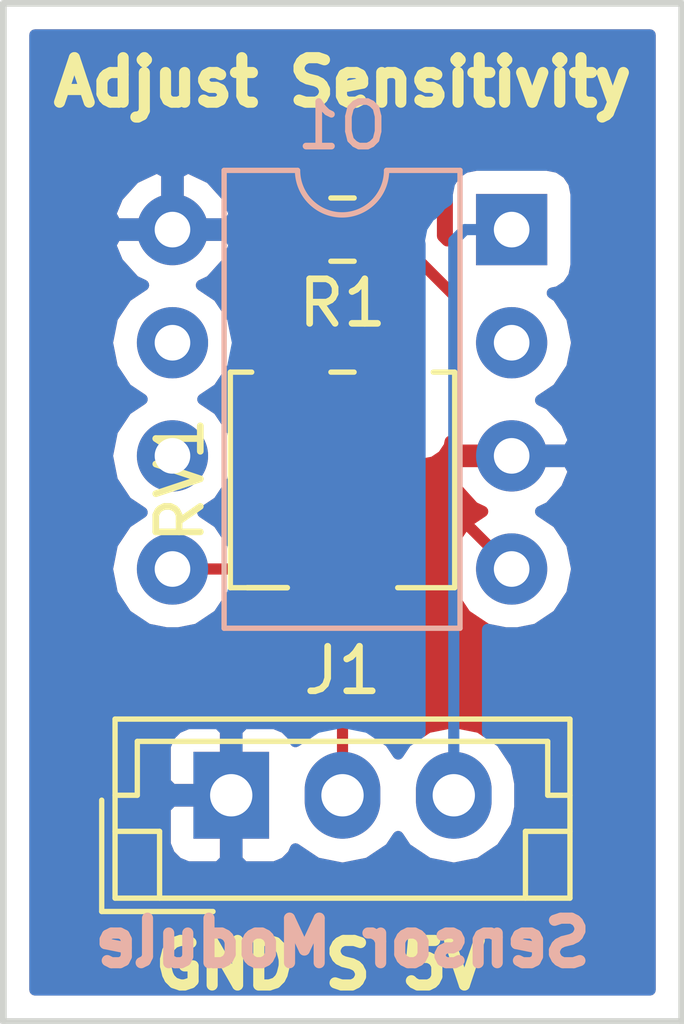
<source format=kicad_pcb>
(kicad_pcb (version 20171130) (host pcbnew "(5.0.0-3-g5ebb6b6)")

  (general
    (thickness 1.6)
    (drawings 7)
    (tracks 11)
    (zones 0)
    (modules 4)
    (nets 6)
  )

  (page A4)
  (layers
    (0 F.Cu signal)
    (31 B.Cu signal)
    (32 B.Adhes user)
    (33 F.Adhes user)
    (34 B.Paste user)
    (35 F.Paste user)
    (36 B.SilkS user)
    (37 F.SilkS user)
    (38 B.Mask user)
    (39 F.Mask user)
    (40 Dwgs.User user)
    (41 Cmts.User user)
    (42 Eco1.User user)
    (43 Eco2.User user)
    (44 Edge.Cuts user)
    (45 Margin user)
    (46 B.CrtYd user)
    (47 F.CrtYd user)
    (48 B.Fab user)
    (49 F.Fab user)
  )

  (setup
    (last_trace_width 0.25)
    (trace_clearance 0.2)
    (zone_clearance 0.508)
    (zone_45_only no)
    (trace_min 0.2)
    (segment_width 0.2)
    (edge_width 0.15)
    (via_size 0.8)
    (via_drill 0.4)
    (via_min_size 0.4)
    (via_min_drill 0.3)
    (uvia_size 0.3)
    (uvia_drill 0.1)
    (uvias_allowed no)
    (uvia_min_size 0.2)
    (uvia_min_drill 0.1)
    (pcb_text_width 0.3)
    (pcb_text_size 1.5 1.5)
    (mod_edge_width 0.15)
    (mod_text_size 1 1)
    (mod_text_width 0.15)
    (pad_size 1.524 1.524)
    (pad_drill 0.762)
    (pad_to_mask_clearance 0.2)
    (aux_axis_origin 0 0)
    (visible_elements FFFFFF7F)
    (pcbplotparams
      (layerselection 0x3ffff_ffffffff)
      (usegerberextensions false)
      (usegerberattributes false)
      (usegerberadvancedattributes false)
      (creategerberjobfile false)
      (excludeedgelayer true)
      (linewidth 0.100000)
      (plotframeref false)
      (viasonmask false)
      (mode 1)
      (useauxorigin false)
      (hpglpennumber 1)
      (hpglpenspeed 20)
      (hpglpendiameter 15.000000)
      (psnegative false)
      (psa4output false)
      (plotreference true)
      (plotvalue true)
      (plotinvisibletext false)
      (padsonsilk false)
      (subtractmaskfromsilk false)
      (outputformat 1)
      (mirror false)
      (drillshape 0)
      (scaleselection 1)
      (outputdirectory ""))
  )

  (net 0 "")
  (net 1 GND)
  (net 2 "Net-(J1-Pad2)")
  (net 3 +5V)
  (net 4 "Net-(O1-Pad4)")
  (net 5 "Net-(R1-Pad2)")

  (net_class Default "Dies ist die voreingestellte Netzklasse."
    (clearance 0.2)
    (trace_width 0.25)
    (via_dia 0.8)
    (via_drill 0.4)
    (uvia_dia 0.3)
    (uvia_drill 0.1)
    (add_net +5V)
    (add_net GND)
    (add_net "Net-(J1-Pad2)")
    (add_net "Net-(O1-Pad4)")
    (add_net "Net-(R1-Pad2)")
  )

  (module Connector_JST:JST_EH_B03B-EH-A_1x03_P2.50mm_Vertical (layer F.Cu) (tedit 5A0EB040) (tstamp 5C132464)
    (at 130.85 66.04)
    (descr "JST EH series connector, B03B-EH-A (http://www.jst-mfg.com/product/pdf/eng/eEH.pdf), generated with kicad-footprint-generator")
    (tags "connector JST EH side entry")
    (path /5BEB690C)
    (fp_text reference J1 (at 2.5 -2.8) (layer F.SilkS)
      (effects (font (size 1 1) (thickness 0.15)))
    )
    (fp_text value Conn_01x03_Male (at 2.5 3.4) (layer F.Fab)
      (effects (font (size 1 1) (thickness 0.15)))
    )
    (fp_line (start -2.5 -1.6) (end -2.5 2.2) (layer F.Fab) (width 0.1))
    (fp_line (start -2.5 2.2) (end 7.5 2.2) (layer F.Fab) (width 0.1))
    (fp_line (start 7.5 2.2) (end 7.5 -1.6) (layer F.Fab) (width 0.1))
    (fp_line (start 7.5 -1.6) (end -2.5 -1.6) (layer F.Fab) (width 0.1))
    (fp_line (start -3 -2.1) (end -3 2.7) (layer F.CrtYd) (width 0.05))
    (fp_line (start -3 2.7) (end 8 2.7) (layer F.CrtYd) (width 0.05))
    (fp_line (start 8 2.7) (end 8 -2.1) (layer F.CrtYd) (width 0.05))
    (fp_line (start 8 -2.1) (end -3 -2.1) (layer F.CrtYd) (width 0.05))
    (fp_line (start -2.61 -1.71) (end -2.61 2.31) (layer F.SilkS) (width 0.12))
    (fp_line (start -2.61 2.31) (end 7.61 2.31) (layer F.SilkS) (width 0.12))
    (fp_line (start 7.61 2.31) (end 7.61 -1.71) (layer F.SilkS) (width 0.12))
    (fp_line (start 7.61 -1.71) (end -2.61 -1.71) (layer F.SilkS) (width 0.12))
    (fp_line (start -2.61 0) (end -2.11 0) (layer F.SilkS) (width 0.12))
    (fp_line (start -2.11 0) (end -2.11 -1.21) (layer F.SilkS) (width 0.12))
    (fp_line (start -2.11 -1.21) (end 7.11 -1.21) (layer F.SilkS) (width 0.12))
    (fp_line (start 7.11 -1.21) (end 7.11 0) (layer F.SilkS) (width 0.12))
    (fp_line (start 7.11 0) (end 7.61 0) (layer F.SilkS) (width 0.12))
    (fp_line (start -2.61 0.81) (end -1.61 0.81) (layer F.SilkS) (width 0.12))
    (fp_line (start -1.61 0.81) (end -1.61 2.31) (layer F.SilkS) (width 0.12))
    (fp_line (start 7.61 0.81) (end 6.61 0.81) (layer F.SilkS) (width 0.12))
    (fp_line (start 6.61 0.81) (end 6.61 2.31) (layer F.SilkS) (width 0.12))
    (fp_line (start -2.91 0.11) (end -2.91 2.61) (layer F.SilkS) (width 0.12))
    (fp_line (start -2.91 2.61) (end -0.41 2.61) (layer F.SilkS) (width 0.12))
    (fp_line (start -2.91 0.11) (end -2.91 2.61) (layer F.Fab) (width 0.1))
    (fp_line (start -2.91 2.61) (end -0.41 2.61) (layer F.Fab) (width 0.1))
    (fp_text user %R (at 2.5 1.5) (layer F.Fab)
      (effects (font (size 1 1) (thickness 0.15)))
    )
    (pad 1 thru_hole rect (at 0 0) (size 1.7 1.95) (drill 0.95) (layers *.Cu *.Mask)
      (net 1 GND))
    (pad 2 thru_hole oval (at 2.5 0) (size 1.7 1.95) (drill 0.95) (layers *.Cu *.Mask)
      (net 2 "Net-(J1-Pad2)"))
    (pad 3 thru_hole oval (at 5 0) (size 1.7 1.95) (drill 0.95) (layers *.Cu *.Mask)
      (net 3 +5V))
    (model ${KISYS3DMOD}/Connector_JST.3dshapes/JST_EH_B03B-EH-A_1x03_P2.50mm_Vertical.wrl
      (at (xyz 0 0 0))
      (scale (xyz 1 1 1))
      (rotate (xyz 0 0 0))
    )
  )

  (module Package_DIP:DIP-8_W7.62mm (layer B.Cu) (tedit 5A02E8C5) (tstamp 5C132480)
    (at 137.15 53.34 180)
    (descr "8-lead though-hole mounted DIP package, row spacing 7.62 mm (300 mils)")
    (tags "THT DIP DIL PDIP 2.54mm 7.62mm 300mil")
    (path /5BEB65C6)
    (fp_text reference O1 (at 3.81 2.33 180) (layer B.SilkS)
      (effects (font (size 1 1) (thickness 0.15)) (justify mirror))
    )
    (fp_text value opt101 (at 3.81 -9.95 180) (layer B.Fab)
      (effects (font (size 1 1) (thickness 0.15)) (justify mirror))
    )
    (fp_arc (start 3.81 1.33) (end 2.81 1.33) (angle 180) (layer B.SilkS) (width 0.12))
    (fp_line (start 1.635 1.27) (end 6.985 1.27) (layer B.Fab) (width 0.1))
    (fp_line (start 6.985 1.27) (end 6.985 -8.89) (layer B.Fab) (width 0.1))
    (fp_line (start 6.985 -8.89) (end 0.635 -8.89) (layer B.Fab) (width 0.1))
    (fp_line (start 0.635 -8.89) (end 0.635 0.27) (layer B.Fab) (width 0.1))
    (fp_line (start 0.635 0.27) (end 1.635 1.27) (layer B.Fab) (width 0.1))
    (fp_line (start 2.81 1.33) (end 1.16 1.33) (layer B.SilkS) (width 0.12))
    (fp_line (start 1.16 1.33) (end 1.16 -8.95) (layer B.SilkS) (width 0.12))
    (fp_line (start 1.16 -8.95) (end 6.46 -8.95) (layer B.SilkS) (width 0.12))
    (fp_line (start 6.46 -8.95) (end 6.46 1.33) (layer B.SilkS) (width 0.12))
    (fp_line (start 6.46 1.33) (end 4.81 1.33) (layer B.SilkS) (width 0.12))
    (fp_line (start -1.1 1.55) (end -1.1 -9.15) (layer B.CrtYd) (width 0.05))
    (fp_line (start -1.1 -9.15) (end 8.7 -9.15) (layer B.CrtYd) (width 0.05))
    (fp_line (start 8.7 -9.15) (end 8.7 1.55) (layer B.CrtYd) (width 0.05))
    (fp_line (start 8.7 1.55) (end -1.1 1.55) (layer B.CrtYd) (width 0.05))
    (fp_text user %R (at 3.81 -3.81 180) (layer B.Fab)
      (effects (font (size 1 1) (thickness 0.15)) (justify mirror))
    )
    (pad 1 thru_hole rect (at 0 0 180) (size 1.6 1.6) (drill 0.8) (layers *.Cu *.Mask)
      (net 3 +5V))
    (pad 5 thru_hole oval (at 7.62 -7.62 180) (size 1.6 1.6) (drill 0.8) (layers *.Cu *.Mask)
      (net 2 "Net-(J1-Pad2)"))
    (pad 2 thru_hole oval (at 0 -2.54 180) (size 1.6 1.6) (drill 0.8) (layers *.Cu *.Mask))
    (pad 6 thru_hole oval (at 7.62 -5.08 180) (size 1.6 1.6) (drill 0.8) (layers *.Cu *.Mask))
    (pad 3 thru_hole oval (at 0 -5.08 180) (size 1.6 1.6) (drill 0.8) (layers *.Cu *.Mask)
      (net 1 GND))
    (pad 7 thru_hole oval (at 7.62 -2.54 180) (size 1.6 1.6) (drill 0.8) (layers *.Cu *.Mask))
    (pad 4 thru_hole oval (at 0 -7.62 180) (size 1.6 1.6) (drill 0.8) (layers *.Cu *.Mask)
      (net 4 "Net-(O1-Pad4)"))
    (pad 8 thru_hole oval (at 7.62 0 180) (size 1.6 1.6) (drill 0.8) (layers *.Cu *.Mask)
      (net 1 GND))
    (model ${KISYS3DMOD}/Package_DIP.3dshapes/DIP-8_W7.62mm.wrl
      (at (xyz 0 0 0))
      (scale (xyz 1 1 1))
      (rotate (xyz 0 0 0))
    )
  )

  (module Resistor_SMD:R_0805_2012Metric_Pad1.15x1.40mm_HandSolder (layer F.Cu) (tedit 5B36C52B) (tstamp 5C132491)
    (at 133.35 53.34 180)
    (descr "Resistor SMD 0805 (2012 Metric), square (rectangular) end terminal, IPC_7351 nominal with elongated pad for handsoldering. (Body size source: https://docs.google.com/spreadsheets/d/1BsfQQcO9C6DZCsRaXUlFlo91Tg2WpOkGARC1WS5S8t0/edit?usp=sharing), generated with kicad-footprint-generator")
    (tags "resistor handsolder")
    (path /5BEB3BC5)
    (attr smd)
    (fp_text reference R1 (at 0 -1.65 180) (layer F.SilkS)
      (effects (font (size 1 1) (thickness 0.15)))
    )
    (fp_text value R (at 0 1.65 180) (layer F.Fab)
      (effects (font (size 1 1) (thickness 0.15)))
    )
    (fp_line (start -1 0.6) (end -1 -0.6) (layer F.Fab) (width 0.1))
    (fp_line (start -1 -0.6) (end 1 -0.6) (layer F.Fab) (width 0.1))
    (fp_line (start 1 -0.6) (end 1 0.6) (layer F.Fab) (width 0.1))
    (fp_line (start 1 0.6) (end -1 0.6) (layer F.Fab) (width 0.1))
    (fp_line (start -0.261252 -0.71) (end 0.261252 -0.71) (layer F.SilkS) (width 0.12))
    (fp_line (start -0.261252 0.71) (end 0.261252 0.71) (layer F.SilkS) (width 0.12))
    (fp_line (start -1.85 0.95) (end -1.85 -0.95) (layer F.CrtYd) (width 0.05))
    (fp_line (start -1.85 -0.95) (end 1.85 -0.95) (layer F.CrtYd) (width 0.05))
    (fp_line (start 1.85 -0.95) (end 1.85 0.95) (layer F.CrtYd) (width 0.05))
    (fp_line (start 1.85 0.95) (end -1.85 0.95) (layer F.CrtYd) (width 0.05))
    (fp_text user %R (at 0 0 180) (layer F.Fab)
      (effects (font (size 0.5 0.5) (thickness 0.08)))
    )
    (pad 1 smd roundrect (at -1.025 0 180) (size 1.15 1.4) (layers F.Cu F.Paste F.Mask) (roundrect_rratio 0.217391)
      (net 4 "Net-(O1-Pad4)"))
    (pad 2 smd roundrect (at 1.025 0 180) (size 1.15 1.4) (layers F.Cu F.Paste F.Mask) (roundrect_rratio 0.217391)
      (net 5 "Net-(R1-Pad2)"))
    (model ${KISYS3DMOD}/Resistor_SMD.3dshapes/R_0805_2012Metric.wrl
      (at (xyz 0 0 0))
      (scale (xyz 1 1 1))
      (rotate (xyz 0 0 0))
    )
  )

  (module Potentiometer_SMD:Potentiometer_Bourns_3214J_Horizontal (layer F.Cu) (tedit 5A3D7171) (tstamp 5C1324B0)
    (at 133.35 58.96 90)
    (descr "Potentiometer, horizontal, Bourns 3214J, https://www.bourns.com/docs/Product-Datasheets/3214.pdf")
    (tags "Potentiometer horizontal Bourns 3214J")
    (path /5BEB3EB0)
    (attr smd)
    (fp_text reference RV1 (at 0 -3.65 90) (layer F.SilkS)
      (effects (font (size 1 1) (thickness 0.15)))
    )
    (fp_text value R_POT (at 0 3.65 90) (layer F.Fab)
      (effects (font (size 1 1) (thickness 0.15)))
    )
    (fp_line (start -2.3 -2.4) (end -2.3 2.4) (layer F.Fab) (width 0.1))
    (fp_line (start -2.3 2.4) (end 2.3 2.4) (layer F.Fab) (width 0.1))
    (fp_line (start 2.3 2.4) (end 2.3 -2.4) (layer F.Fab) (width 0.1))
    (fp_line (start 2.3 -2.4) (end -2.3 -2.4) (layer F.Fab) (width 0.1))
    (fp_line (start -2.3 -2.02) (end -2.3 -0.24) (layer F.Fab) (width 0.1))
    (fp_line (start -2.3 -0.24) (end -2.3 -0.24) (layer F.Fab) (width 0.1))
    (fp_line (start -2.3 -0.24) (end -2.3 -2.02) (layer F.Fab) (width 0.1))
    (fp_line (start -2.3 -2.02) (end -2.3 -2.02) (layer F.Fab) (width 0.1))
    (fp_line (start -2.3 -1.13) (end -2.3 -1.13) (layer F.Fab) (width 0.1))
    (fp_line (start -2.42 -2.52) (end 2.42 -2.52) (layer F.SilkS) (width 0.12))
    (fp_line (start -2.42 2.52) (end 2.42 2.52) (layer F.SilkS) (width 0.12))
    (fp_line (start -2.42 -2.52) (end -2.42 -1.24) (layer F.SilkS) (width 0.12))
    (fp_line (start -2.42 1.24) (end -2.42 2.52) (layer F.SilkS) (width 0.12))
    (fp_line (start 2.42 -2.52) (end 2.42 -2.04) (layer F.SilkS) (width 0.12))
    (fp_line (start 2.42 -0.26) (end 2.42 0.26) (layer F.SilkS) (width 0.12))
    (fp_line (start 2.42 2.04) (end 2.42 2.52) (layer F.SilkS) (width 0.12))
    (fp_line (start -2.42 -2.14) (end -2.42 -2.14) (layer F.SilkS) (width 0.12))
    (fp_line (start -2.42 -2.14) (end -2.42 -1.24) (layer F.SilkS) (width 0.12))
    (fp_line (start -2.42 -2.14) (end -2.42 -1.24) (layer F.SilkS) (width 0.12))
    (fp_line (start -3.25 -2.65) (end -3.25 2.65) (layer F.CrtYd) (width 0.05))
    (fp_line (start -3.25 2.65) (end 3.25 2.65) (layer F.CrtYd) (width 0.05))
    (fp_line (start 3.25 2.65) (end 3.25 -2.65) (layer F.CrtYd) (width 0.05))
    (fp_line (start 3.25 -2.65) (end -3.25 -2.65) (layer F.CrtYd) (width 0.05))
    (fp_text user %R (at 0 0 90) (layer F.Fab)
      (effects (font (size 1 1) (thickness 0.15)))
    )
    (pad 1 smd rect (at 2 -1.15 90) (size 2 1.3) (layers F.Cu F.Paste F.Mask)
      (net 5 "Net-(R1-Pad2)"))
    (pad 2 smd rect (at -2 0 90) (size 2 2) (layers F.Cu F.Paste F.Mask)
      (net 2 "Net-(J1-Pad2)"))
    (pad 3 smd rect (at 2 1.15 90) (size 2 1.3) (layers F.Cu F.Paste F.Mask))
    (model ${KISYS3DMOD}/Potentiometer_SMD.3dshapes/Potentiometer_Bourns_3214J_Horizontal.wrl
      (at (xyz 0 0 0))
      (scale (xyz 1 1 1))
      (rotate (xyz 0 0 0))
    )
  )

  (gr_text "Sensor Module" (at 133.35 69.35) (layer B.SilkS)
    (effects (font (size 1 1) (thickness 0.25)) (justify mirror))
  )
  (gr_text "GND S 5V" (at 132.85 69.85) (layer F.SilkS)
    (effects (font (size 1 1) (thickness 0.25)))
  )
  (gr_text "Adjust Sensitivity" (at 133.35 50.03) (layer F.SilkS)
    (effects (font (size 1 1) (thickness 0.25)))
  )
  (gr_line (start 140.97 48.26) (end 125.73 48.26) (layer Edge.Cuts) (width 0.15))
  (gr_line (start 140.97 71.12) (end 140.97 48.26) (layer Edge.Cuts) (width 0.15))
  (gr_line (start 125.73 71.12) (end 140.97 71.12) (layer Edge.Cuts) (width 0.15))
  (gr_line (start 125.73 48.26) (end 125.73 71.12) (layer Edge.Cuts) (width 0.15))

  (segment (start 129.53 60.96) (end 133.35 60.96) (width 0.25) (layer F.Cu) (net 2))
  (segment (start 133.35 60.96) (end 133.35 66.04) (width 0.25) (layer F.Cu) (net 2))
  (segment (start 135.85 53.59) (end 136.1 53.34) (width 0.25) (layer B.Cu) (net 3))
  (segment (start 136.1 53.34) (end 137.15 53.34) (width 0.25) (layer B.Cu) (net 3))
  (segment (start 135.85 66.04) (end 135.85 53.59) (width 0.25) (layer B.Cu) (net 3))
  (segment (start 136.915 55.88) (end 137.15 55.88) (width 0.25) (layer F.Cu) (net 0))
  (segment (start 134.375 53.34) (end 135.89 54.855) (width 0.25) (layer F.Cu) (net 4))
  (segment (start 135.89 59.7) (end 137.15 60.96) (width 0.25) (layer F.Cu) (net 4))
  (segment (start 135.89 54.855) (end 135.89 59.7) (width 0.25) (layer F.Cu) (net 4))
  (segment (start 132.2 53.465) (end 132.325 53.34) (width 0.25) (layer F.Cu) (net 5))
  (segment (start 132.2 56.96) (end 132.2 53.465) (width 0.25) (layer F.Cu) (net 5))

  (zone (net 1) (net_name GND) (layer F.Cu) (tstamp 5C133484) (hatch edge 0.508)
    (connect_pads (clearance 0.508))
    (min_thickness 0.254)
    (fill yes (arc_segments 16) (thermal_gap 0.508) (thermal_bridge_width 0.508))
    (polygon
      (pts
        (xy 125.73 48.26) (xy 140.97 48.26) (xy 140.97 71.12) (xy 125.73 71.12)
      )
    )
    (filled_polygon
      (pts
        (xy 140.26 70.41) (xy 126.44 70.41) (xy 126.44 66.32575) (xy 129.365 66.32575) (xy 129.365 67.14131)
        (xy 129.461673 67.374699) (xy 129.640302 67.553327) (xy 129.873691 67.65) (xy 130.56425 67.65) (xy 130.723 67.49125)
        (xy 130.723 66.167) (xy 129.52375 66.167) (xy 129.365 66.32575) (xy 126.44 66.32575) (xy 126.44 64.93869)
        (xy 129.365 64.93869) (xy 129.365 65.75425) (xy 129.52375 65.913) (xy 130.723 65.913) (xy 130.723 64.58875)
        (xy 130.56425 64.43) (xy 129.873691 64.43) (xy 129.640302 64.526673) (xy 129.461673 64.705301) (xy 129.365 64.93869)
        (xy 126.44 64.93869) (xy 126.44 55.88) (xy 128.066887 55.88) (xy 128.17826 56.439909) (xy 128.495423 56.914577)
        (xy 128.847758 57.15) (xy 128.495423 57.385423) (xy 128.17826 57.860091) (xy 128.066887 58.42) (xy 128.17826 58.979909)
        (xy 128.495423 59.454577) (xy 128.847758 59.69) (xy 128.495423 59.925423) (xy 128.17826 60.400091) (xy 128.066887 60.96)
        (xy 128.17826 61.519909) (xy 128.495423 61.994577) (xy 128.970091 62.31174) (xy 129.388667 62.395) (xy 129.671333 62.395)
        (xy 130.089909 62.31174) (xy 130.564577 61.994577) (xy 130.748043 61.72) (xy 131.70256 61.72) (xy 131.70256 61.96)
        (xy 131.751843 62.207765) (xy 131.892191 62.417809) (xy 132.102235 62.558157) (xy 132.35 62.60744) (xy 132.59 62.60744)
        (xy 132.590001 64.636822) (xy 132.292344 64.835709) (xy 132.238327 64.705301) (xy 132.059698 64.526673) (xy 131.826309 64.43)
        (xy 131.13575 64.43) (xy 130.977 64.58875) (xy 130.977 65.913) (xy 130.997 65.913) (xy 130.997 66.167)
        (xy 130.977 66.167) (xy 130.977 67.49125) (xy 131.13575 67.65) (xy 131.826309 67.65) (xy 132.059698 67.553327)
        (xy 132.238327 67.374699) (xy 132.292344 67.244291) (xy 132.770583 67.563839) (xy 133.35 67.679092) (xy 133.929418 67.563839)
        (xy 134.420625 67.235625) (xy 134.6 66.967171) (xy 134.779375 67.235625) (xy 135.270583 67.563839) (xy 135.85 67.679092)
        (xy 136.429418 67.563839) (xy 136.920625 67.235625) (xy 137.248839 66.744417) (xy 137.335 66.311255) (xy 137.335 65.768744)
        (xy 137.248839 65.335582) (xy 136.920625 64.844375) (xy 136.429417 64.516161) (xy 135.85 64.400908) (xy 135.270582 64.516161)
        (xy 134.779375 64.844375) (xy 134.6 65.112829) (xy 134.420625 64.844375) (xy 134.11 64.636822) (xy 134.11 62.60744)
        (xy 134.35 62.60744) (xy 134.597765 62.558157) (xy 134.807809 62.417809) (xy 134.948157 62.207765) (xy 134.99744 61.96)
        (xy 134.99744 60.96) (xy 135.686887 60.96) (xy 135.79826 61.519909) (xy 136.115423 61.994577) (xy 136.590091 62.31174)
        (xy 137.008667 62.395) (xy 137.291333 62.395) (xy 137.709909 62.31174) (xy 138.184577 61.994577) (xy 138.50174 61.519909)
        (xy 138.613113 60.96) (xy 138.50174 60.400091) (xy 138.184577 59.925423) (xy 137.800892 59.669053) (xy 138.005134 59.572389)
        (xy 138.381041 59.157423) (xy 138.541904 58.769039) (xy 138.419915 58.547) (xy 137.277 58.547) (xy 137.277 58.567)
        (xy 137.023 58.567) (xy 137.023 58.547) (xy 135.880085 58.547) (xy 135.758096 58.769039) (xy 135.918959 59.157423)
        (xy 136.294866 59.572389) (xy 136.499108 59.669053) (xy 136.115423 59.925423) (xy 135.79826 60.400091) (xy 135.686887 60.96)
        (xy 134.99744 60.96) (xy 134.99744 59.96) (xy 134.948157 59.712235) (xy 134.807809 59.502191) (xy 134.597765 59.361843)
        (xy 134.35 59.31256) (xy 132.35 59.31256) (xy 132.102235 59.361843) (xy 131.892191 59.502191) (xy 131.751843 59.712235)
        (xy 131.70256 59.96) (xy 131.70256 60.2) (xy 130.748043 60.2) (xy 130.564577 59.925423) (xy 130.212242 59.69)
        (xy 130.564577 59.454577) (xy 130.88174 58.979909) (xy 130.993113 58.42) (xy 130.88174 57.860091) (xy 130.564577 57.385423)
        (xy 130.212242 57.15) (xy 130.564577 56.914577) (xy 130.88174 56.439909) (xy 130.90256 56.33524) (xy 130.90256 57.96)
        (xy 130.951843 58.207765) (xy 131.092191 58.417809) (xy 131.302235 58.558157) (xy 131.55 58.60744) (xy 132.85 58.60744)
        (xy 133.097765 58.558157) (xy 133.307809 58.417809) (xy 133.35 58.354666) (xy 133.392191 58.417809) (xy 133.602235 58.558157)
        (xy 133.85 58.60744) (xy 135.15 58.60744) (xy 135.397765 58.558157) (xy 135.607809 58.417809) (xy 135.748157 58.207765)
        (xy 135.770777 58.094043) (xy 135.880085 58.293) (xy 137.023 58.293) (xy 137.023 58.273) (xy 137.277 58.273)
        (xy 137.277 58.293) (xy 138.419915 58.293) (xy 138.541904 58.070961) (xy 138.381041 57.682577) (xy 138.005134 57.267611)
        (xy 137.800892 57.170947) (xy 138.184577 56.914577) (xy 138.50174 56.439909) (xy 138.613113 55.88) (xy 138.50174 55.320091)
        (xy 138.184577 54.845423) (xy 138.063894 54.764785) (xy 138.197765 54.738157) (xy 138.407809 54.597809) (xy 138.548157 54.387765)
        (xy 138.59744 54.14) (xy 138.59744 52.54) (xy 138.548157 52.292235) (xy 138.407809 52.082191) (xy 138.197765 51.941843)
        (xy 137.95 51.89256) (xy 136.35 51.89256) (xy 136.102235 51.941843) (xy 135.892191 52.082191) (xy 135.751843 52.292235)
        (xy 135.70256 52.54) (xy 135.70256 53.592758) (xy 135.59744 53.487638) (xy 135.59744 52.889999) (xy 135.529127 52.546564)
        (xy 135.334586 52.255414) (xy 135.043436 52.060873) (xy 134.700001 51.99256) (xy 134.049999 51.99256) (xy 133.706564 52.060873)
        (xy 133.415414 52.255414) (xy 133.35 52.353313) (xy 133.284586 52.255414) (xy 132.993436 52.060873) (xy 132.650001 51.99256)
        (xy 131.999999 51.99256) (xy 131.656564 52.060873) (xy 131.365414 52.255414) (xy 131.170873 52.546564) (xy 131.10256 52.889999)
        (xy 131.10256 53.790001) (xy 131.170873 54.133436) (xy 131.365414 54.424586) (xy 131.440001 54.474423) (xy 131.44 55.33444)
        (xy 131.302235 55.361843) (xy 131.092191 55.502191) (xy 130.95793 55.703125) (xy 130.88174 55.320091) (xy 130.564577 54.845423)
        (xy 130.180892 54.589053) (xy 130.385134 54.492389) (xy 130.761041 54.077423) (xy 130.921904 53.689039) (xy 130.799915 53.467)
        (xy 129.657 53.467) (xy 129.657 53.487) (xy 129.403 53.487) (xy 129.403 53.467) (xy 128.260085 53.467)
        (xy 128.138096 53.689039) (xy 128.298959 54.077423) (xy 128.674866 54.492389) (xy 128.879108 54.589053) (xy 128.495423 54.845423)
        (xy 128.17826 55.320091) (xy 128.066887 55.88) (xy 126.44 55.88) (xy 126.44 52.990961) (xy 128.138096 52.990961)
        (xy 128.260085 53.213) (xy 129.403 53.213) (xy 129.403 52.069371) (xy 129.657 52.069371) (xy 129.657 53.213)
        (xy 130.799915 53.213) (xy 130.921904 52.990961) (xy 130.761041 52.602577) (xy 130.385134 52.187611) (xy 129.879041 51.948086)
        (xy 129.657 52.069371) (xy 129.403 52.069371) (xy 129.180959 51.948086) (xy 128.674866 52.187611) (xy 128.298959 52.602577)
        (xy 128.138096 52.990961) (xy 126.44 52.990961) (xy 126.44 48.97) (xy 140.260001 48.97)
      )
    )
  )
  (zone (net 1) (net_name GND) (layer B.Cu) (tstamp 5C133481) (hatch edge 0.508)
    (connect_pads (clearance 0.508))
    (min_thickness 0.254)
    (fill yes (arc_segments 16) (thermal_gap 0.508) (thermal_bridge_width 0.508))
    (polygon
      (pts
        (xy 125.73 48.26) (xy 140.97 48.26) (xy 140.97 71.12) (xy 125.73 71.12)
      )
    )
    (filled_polygon
      (pts
        (xy 140.26 70.41) (xy 126.44 70.41) (xy 126.44 66.32575) (xy 129.365 66.32575) (xy 129.365 67.14131)
        (xy 129.461673 67.374699) (xy 129.640302 67.553327) (xy 129.873691 67.65) (xy 130.56425 67.65) (xy 130.723 67.49125)
        (xy 130.723 66.167) (xy 129.52375 66.167) (xy 129.365 66.32575) (xy 126.44 66.32575) (xy 126.44 64.93869)
        (xy 129.365 64.93869) (xy 129.365 65.75425) (xy 129.52375 65.913) (xy 130.723 65.913) (xy 130.723 64.58875)
        (xy 130.977 64.58875) (xy 130.977 65.913) (xy 130.997 65.913) (xy 130.997 66.167) (xy 130.977 66.167)
        (xy 130.977 67.49125) (xy 131.13575 67.65) (xy 131.826309 67.65) (xy 132.059698 67.553327) (xy 132.238327 67.374699)
        (xy 132.292344 67.244291) (xy 132.770583 67.563839) (xy 133.35 67.679092) (xy 133.929418 67.563839) (xy 134.420625 67.235625)
        (xy 134.6 66.967171) (xy 134.779375 67.235625) (xy 135.270583 67.563839) (xy 135.85 67.679092) (xy 136.429418 67.563839)
        (xy 136.920625 67.235625) (xy 137.248839 66.744417) (xy 137.335 66.311255) (xy 137.335 65.768744) (xy 137.248839 65.335582)
        (xy 136.920625 64.844375) (xy 136.61 64.636822) (xy 136.61 62.3157) (xy 137.008667 62.395) (xy 137.291333 62.395)
        (xy 137.709909 62.31174) (xy 138.184577 61.994577) (xy 138.50174 61.519909) (xy 138.613113 60.96) (xy 138.50174 60.400091)
        (xy 138.184577 59.925423) (xy 137.800892 59.669053) (xy 138.005134 59.572389) (xy 138.381041 59.157423) (xy 138.541904 58.769039)
        (xy 138.419915 58.547) (xy 137.277 58.547) (xy 137.277 58.567) (xy 137.023 58.567) (xy 137.023 58.547)
        (xy 137.003 58.547) (xy 137.003 58.293) (xy 137.023 58.293) (xy 137.023 58.273) (xy 137.277 58.273)
        (xy 137.277 58.293) (xy 138.419915 58.293) (xy 138.541904 58.070961) (xy 138.381041 57.682577) (xy 138.005134 57.267611)
        (xy 137.800892 57.170947) (xy 138.184577 56.914577) (xy 138.50174 56.439909) (xy 138.613113 55.88) (xy 138.50174 55.320091)
        (xy 138.184577 54.845423) (xy 138.063894 54.764785) (xy 138.197765 54.738157) (xy 138.407809 54.597809) (xy 138.548157 54.387765)
        (xy 138.59744 54.14) (xy 138.59744 52.54) (xy 138.548157 52.292235) (xy 138.407809 52.082191) (xy 138.197765 51.941843)
        (xy 137.95 51.89256) (xy 136.35 51.89256) (xy 136.102235 51.941843) (xy 135.892191 52.082191) (xy 135.751843 52.292235)
        (xy 135.70256 52.54) (xy 135.70256 52.691517) (xy 135.552071 52.792071) (xy 135.50967 52.855528) (xy 135.365527 52.999672)
        (xy 135.302072 53.042071) (xy 135.259672 53.105527) (xy 135.259671 53.105528) (xy 135.134097 53.293463) (xy 135.075112 53.59)
        (xy 135.090001 53.664852) (xy 135.09 64.636822) (xy 134.779375 64.844375) (xy 134.6 65.112829) (xy 134.420625 64.844375)
        (xy 133.929417 64.516161) (xy 133.35 64.400908) (xy 132.770582 64.516161) (xy 132.292344 64.835709) (xy 132.238327 64.705301)
        (xy 132.059698 64.526673) (xy 131.826309 64.43) (xy 131.13575 64.43) (xy 130.977 64.58875) (xy 130.723 64.58875)
        (xy 130.56425 64.43) (xy 129.873691 64.43) (xy 129.640302 64.526673) (xy 129.461673 64.705301) (xy 129.365 64.93869)
        (xy 126.44 64.93869) (xy 126.44 55.88) (xy 128.066887 55.88) (xy 128.17826 56.439909) (xy 128.495423 56.914577)
        (xy 128.847758 57.15) (xy 128.495423 57.385423) (xy 128.17826 57.860091) (xy 128.066887 58.42) (xy 128.17826 58.979909)
        (xy 128.495423 59.454577) (xy 128.847758 59.69) (xy 128.495423 59.925423) (xy 128.17826 60.400091) (xy 128.066887 60.96)
        (xy 128.17826 61.519909) (xy 128.495423 61.994577) (xy 128.970091 62.31174) (xy 129.388667 62.395) (xy 129.671333 62.395)
        (xy 130.089909 62.31174) (xy 130.564577 61.994577) (xy 130.88174 61.519909) (xy 130.993113 60.96) (xy 130.88174 60.400091)
        (xy 130.564577 59.925423) (xy 130.212242 59.69) (xy 130.564577 59.454577) (xy 130.88174 58.979909) (xy 130.993113 58.42)
        (xy 130.88174 57.860091) (xy 130.564577 57.385423) (xy 130.212242 57.15) (xy 130.564577 56.914577) (xy 130.88174 56.439909)
        (xy 130.993113 55.88) (xy 130.88174 55.320091) (xy 130.564577 54.845423) (xy 130.180892 54.589053) (xy 130.385134 54.492389)
        (xy 130.761041 54.077423) (xy 130.921904 53.689039) (xy 130.799915 53.467) (xy 129.657 53.467) (xy 129.657 53.487)
        (xy 129.403 53.487) (xy 129.403 53.467) (xy 128.260085 53.467) (xy 128.138096 53.689039) (xy 128.298959 54.077423)
        (xy 128.674866 54.492389) (xy 128.879108 54.589053) (xy 128.495423 54.845423) (xy 128.17826 55.320091) (xy 128.066887 55.88)
        (xy 126.44 55.88) (xy 126.44 52.990961) (xy 128.138096 52.990961) (xy 128.260085 53.213) (xy 129.403 53.213)
        (xy 129.403 52.069371) (xy 129.657 52.069371) (xy 129.657 53.213) (xy 130.799915 53.213) (xy 130.921904 52.990961)
        (xy 130.761041 52.602577) (xy 130.385134 52.187611) (xy 129.879041 51.948086) (xy 129.657 52.069371) (xy 129.403 52.069371)
        (xy 129.180959 51.948086) (xy 128.674866 52.187611) (xy 128.298959 52.602577) (xy 128.138096 52.990961) (xy 126.44 52.990961)
        (xy 126.44 48.97) (xy 140.260001 48.97)
      )
    )
  )
)

</source>
